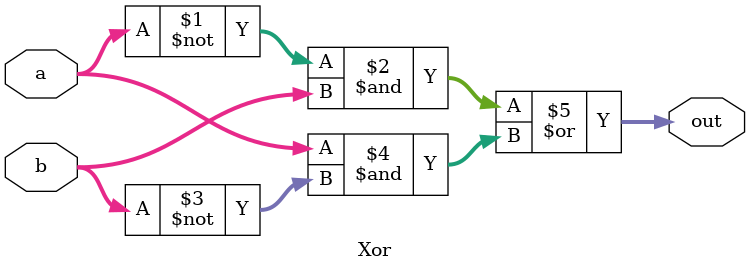
<source format=v>
module Xor(a,b,out);
input [7:0] a,b;
output [7:0] out;
assign out = (~(a)&b)|(a&~(b));
endmodule
</source>
